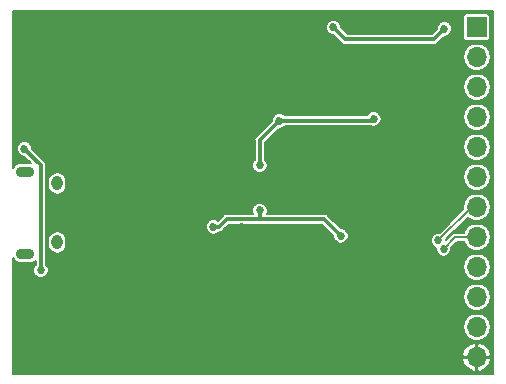
<source format=gbl>
G04 #@! TF.GenerationSoftware,KiCad,Pcbnew,5.0.1*
G04 #@! TF.CreationDate,2019-11-25T21:23:25-06:00*
G04 #@! TF.ProjectId,ft2232_board,6674323233325F626F6172642E6B6963,A*
G04 #@! TF.SameCoordinates,Original*
G04 #@! TF.FileFunction,Copper,L2,Bot,Signal*
G04 #@! TF.FilePolarity,Positive*
%FSLAX46Y46*%
G04 Gerber Fmt 4.6, Leading zero omitted, Abs format (unit mm)*
G04 Created by KiCad (PCBNEW 5.0.1) date Mon 25 Nov 2019 09:23:25 PM CST*
%MOMM*%
%LPD*%
G01*
G04 APERTURE LIST*
G04 #@! TA.AperFunction,ComponentPad*
%ADD10O,0.950000X1.250000*%
G04 #@! TD*
G04 #@! TA.AperFunction,ComponentPad*
%ADD11O,1.550000X0.900000*%
G04 #@! TD*
G04 #@! TA.AperFunction,ComponentPad*
%ADD12O,1.700000X1.700000*%
G04 #@! TD*
G04 #@! TA.AperFunction,ComponentPad*
%ADD13R,1.700000X1.700000*%
G04 #@! TD*
G04 #@! TA.AperFunction,ViaPad*
%ADD14C,0.685800*%
G04 #@! TD*
G04 #@! TA.AperFunction,Conductor*
%ADD15C,0.304800*%
G04 #@! TD*
G04 #@! TA.AperFunction,Conductor*
%ADD16C,0.152400*%
G04 #@! TD*
G04 #@! TA.AperFunction,Conductor*
%ADD17C,0.203200*%
G04 #@! TD*
G04 APERTURE END LIST*
D10*
G04 #@! TO.P,J1,6*
G04 #@! TO.N,/SHIELD*
X155735000Y-129992000D03*
X155735000Y-124992000D03*
D11*
X153035000Y-130992000D03*
X153035000Y-123992000D03*
G04 #@! TD*
D12*
G04 #@! TO.P,J2,12*
G04 #@! TO.N,GND*
X191262000Y-139700000D03*
G04 #@! TO.P,J2,11*
G04 #@! TO.N,+3V3*
X191262000Y-137160000D03*
G04 #@! TO.P,J2,10*
G04 #@! TO.N,/RS232_RXD*
X191262000Y-134620000D03*
G04 #@! TO.P,J2,9*
G04 #@! TO.N,/RS232_TXD*
X191262000Y-132080000D03*
G04 #@! TO.P,J2,8*
G04 #@! TO.N,/GPIOL3A*
X191262000Y-129540000D03*
G04 #@! TO.P,J2,7*
G04 #@! TO.N,/GPIOL2A*
X191262000Y-127000000D03*
G04 #@! TO.P,J2,6*
G04 #@! TO.N,/GPIOL1A*
X191262000Y-124460000D03*
G04 #@! TO.P,J2,5*
G04 #@! TO.N,/GPIOL0A*
X191262000Y-121920000D03*
G04 #@! TO.P,J2,4*
G04 #@! TO.N,/JTAG_TMS*
X191262000Y-119380000D03*
G04 #@! TO.P,J2,3*
G04 #@! TO.N,/JTAG_TDO*
X191262000Y-116840000D03*
G04 #@! TO.P,J2,2*
G04 #@! TO.N,/JTAG_TDI*
X191262000Y-114300000D03*
D13*
G04 #@! TO.P,J2,1*
G04 #@! TO.N,/JTAG_TCK*
X191262000Y-111760000D03*
G04 #@! TD*
D14*
G04 #@! TO.N,GND*
X163830000Y-122682000D03*
X165735000Y-122682000D03*
X163830000Y-118745000D03*
X165100000Y-120650000D03*
X163830000Y-131953000D03*
X165735000Y-131953000D03*
X167640000Y-131942469D03*
X166807221Y-137949601D03*
X169347221Y-137949601D03*
X171633221Y-137949601D03*
X173411221Y-138584601D03*
X179126221Y-138711601D03*
X186619221Y-127027601D03*
X186619221Y-129567601D03*
X157155221Y-128805601D03*
X170617221Y-116867601D03*
X174808221Y-118137601D03*
X168966221Y-126138601D03*
X169292013Y-123456189D03*
X171379221Y-130329601D03*
X171379221Y-128678601D03*
X182809221Y-124106601D03*
X177856221Y-120931601D03*
X180650221Y-117121601D03*
X179380221Y-117121601D03*
X187889221Y-115724601D03*
X153853221Y-119788601D03*
X153853221Y-118137601D03*
X157917221Y-122963601D03*
X176205221Y-134647601D03*
X180523221Y-130456601D03*
X181666221Y-111800311D03*
G04 #@! TO.N,+3V3*
X152964221Y-122074601D03*
X154361221Y-132361601D03*
X179126221Y-111787601D03*
X188524221Y-111914601D03*
G04 #@! TO.N,+1V8*
X174554221Y-119697500D03*
X182555221Y-119534601D03*
X168966221Y-128678601D03*
X179761221Y-129440601D03*
X172903221Y-127281601D03*
X172903221Y-123471601D03*
G04 #@! TO.N,/GPIOL2A*
X188016221Y-129821601D03*
G04 #@! TO.N,/GPIOL3A*
X188447472Y-130540354D03*
G04 #@! TD*
D15*
G04 #@! TO.N,+3V3*
X152964221Y-122074601D02*
X154361221Y-123471601D01*
X154361221Y-123471601D02*
X154361221Y-132361601D01*
X180142221Y-112803601D02*
X179126221Y-111787601D01*
X188524221Y-111914601D02*
X187635221Y-112803601D01*
X187635221Y-112803601D02*
X180142221Y-112803601D01*
G04 #@! TO.N,+1V8*
X174554221Y-119697500D02*
X182392322Y-119697500D01*
X182392322Y-119697500D02*
X182555221Y-119534601D01*
X168966221Y-128678601D02*
X169451154Y-128678601D01*
X169451154Y-128678601D02*
X170098855Y-128030900D01*
X178351520Y-128030900D02*
X179761221Y-129440601D01*
X172903221Y-128030900D02*
X172903221Y-127281601D01*
X172903221Y-128030900D02*
X178351520Y-128030900D01*
X170098855Y-128030900D02*
X172903221Y-128030900D01*
X172903221Y-121348500D02*
X174554221Y-119697500D01*
X172903221Y-123471601D02*
X172903221Y-121348500D01*
D16*
G04 #@! TO.N,/GPIOL2A*
X190837822Y-127000000D02*
X191262000Y-127000000D01*
X188016221Y-129821601D02*
X190837822Y-127000000D01*
G04 #@! TO.N,/GPIOL3A*
X189447826Y-129540000D02*
X191262000Y-129540000D01*
X188447472Y-130540354D02*
X189447826Y-129540000D01*
G04 #@! TD*
D17*
G04 #@! TO.N,GND*
G36*
X192660200Y-140424597D02*
X192660200Y-140424598D01*
X192660201Y-141098200D01*
X152017800Y-141098200D01*
X152017800Y-139946558D01*
X190030030Y-139946558D01*
X190216519Y-140396794D01*
X190562753Y-140743842D01*
X191015441Y-140931974D01*
X191211200Y-140853777D01*
X191211200Y-139750800D01*
X191312800Y-139750800D01*
X191312800Y-140853777D01*
X191508559Y-140931974D01*
X191961247Y-140743842D01*
X192307481Y-140396794D01*
X192493970Y-139946558D01*
X192415682Y-139750800D01*
X191312800Y-139750800D01*
X191211200Y-139750800D01*
X190108318Y-139750800D01*
X190030030Y-139946558D01*
X152017800Y-139946558D01*
X152017800Y-139453442D01*
X190030030Y-139453442D01*
X190108318Y-139649200D01*
X191211200Y-139649200D01*
X191211200Y-138546223D01*
X191312800Y-138546223D01*
X191312800Y-139649200D01*
X192415682Y-139649200D01*
X192493970Y-139453442D01*
X192307481Y-139003206D01*
X191961247Y-138656158D01*
X191508559Y-138468026D01*
X191312800Y-138546223D01*
X191211200Y-138546223D01*
X191015441Y-138468026D01*
X190562753Y-138656158D01*
X190216519Y-139003206D01*
X190030030Y-139453442D01*
X152017800Y-139453442D01*
X152017800Y-137160000D01*
X190084577Y-137160000D01*
X190174203Y-137610580D01*
X190429436Y-137992564D01*
X190811420Y-138247797D01*
X191148267Y-138314800D01*
X191375733Y-138314800D01*
X191712580Y-138247797D01*
X192094564Y-137992564D01*
X192349797Y-137610580D01*
X192439423Y-137160000D01*
X192349797Y-136709420D01*
X192094564Y-136327436D01*
X191712580Y-136072203D01*
X191375733Y-136005200D01*
X191148267Y-136005200D01*
X190811420Y-136072203D01*
X190429436Y-136327436D01*
X190174203Y-136709420D01*
X190084577Y-137160000D01*
X152017800Y-137160000D01*
X152017800Y-134620000D01*
X190084577Y-134620000D01*
X190174203Y-135070580D01*
X190429436Y-135452564D01*
X190811420Y-135707797D01*
X191148267Y-135774800D01*
X191375733Y-135774800D01*
X191712580Y-135707797D01*
X192094564Y-135452564D01*
X192349797Y-135070580D01*
X192439423Y-134620000D01*
X192349797Y-134169420D01*
X192094564Y-133787436D01*
X191712580Y-133532203D01*
X191375733Y-133465200D01*
X191148267Y-133465200D01*
X190811420Y-133532203D01*
X190429436Y-133787436D01*
X190174203Y-134169420D01*
X190084577Y-134620000D01*
X152017800Y-134620000D01*
X152017800Y-131314653D01*
X152165820Y-131536180D01*
X152415492Y-131703006D01*
X152635660Y-131746800D01*
X153434340Y-131746800D01*
X153654508Y-131703006D01*
X153904022Y-131536286D01*
X153904022Y-131902815D01*
X153812128Y-131994709D01*
X153713521Y-132232765D01*
X153713521Y-132490437D01*
X153812128Y-132728493D01*
X153994329Y-132910694D01*
X154232385Y-133009301D01*
X154490057Y-133009301D01*
X154728113Y-132910694D01*
X154910314Y-132728493D01*
X155008921Y-132490437D01*
X155008921Y-132232765D01*
X154945644Y-132080000D01*
X190084577Y-132080000D01*
X190174203Y-132530580D01*
X190429436Y-132912564D01*
X190811420Y-133167797D01*
X191148267Y-133234800D01*
X191375733Y-133234800D01*
X191712580Y-133167797D01*
X192094564Y-132912564D01*
X192349797Y-132530580D01*
X192439423Y-132080000D01*
X192349797Y-131629420D01*
X192094564Y-131247436D01*
X191712580Y-130992203D01*
X191375733Y-130925200D01*
X191148267Y-130925200D01*
X190811420Y-130992203D01*
X190429436Y-131247436D01*
X190174203Y-131629420D01*
X190084577Y-132080000D01*
X154945644Y-132080000D01*
X154910314Y-131994709D01*
X154818421Y-131902816D01*
X154818421Y-129765199D01*
X154955200Y-129765199D01*
X154955200Y-130218802D01*
X155000445Y-130446263D01*
X155172796Y-130704204D01*
X155430738Y-130876555D01*
X155735000Y-130937077D01*
X156039263Y-130876555D01*
X156297204Y-130704204D01*
X156469555Y-130446263D01*
X156514800Y-130218801D01*
X156514800Y-129765198D01*
X156469555Y-129537737D01*
X156297204Y-129279796D01*
X156039262Y-129107445D01*
X155735000Y-129046923D01*
X155430737Y-129107445D01*
X155172796Y-129279796D01*
X155000445Y-129537738D01*
X154955200Y-129765199D01*
X154818421Y-129765199D01*
X154818421Y-128549765D01*
X168318521Y-128549765D01*
X168318521Y-128807437D01*
X168417128Y-129045493D01*
X168599329Y-129227694D01*
X168837385Y-129326301D01*
X169095057Y-129326301D01*
X169333113Y-129227694D01*
X169421873Y-129138934D01*
X169451154Y-129144758D01*
X169496184Y-129135801D01*
X169629545Y-129109274D01*
X169780777Y-129008224D01*
X169806286Y-128970047D01*
X170288233Y-128488100D01*
X172858191Y-128488100D01*
X172903221Y-128497057D01*
X172948251Y-128488100D01*
X178162142Y-128488100D01*
X179113521Y-129439480D01*
X179113521Y-129569437D01*
X179212128Y-129807493D01*
X179394329Y-129989694D01*
X179632385Y-130088301D01*
X179890057Y-130088301D01*
X180128113Y-129989694D01*
X180310314Y-129807493D01*
X180357836Y-129692765D01*
X187368521Y-129692765D01*
X187368521Y-129950437D01*
X187467128Y-130188493D01*
X187649329Y-130370694D01*
X187799772Y-130433010D01*
X187799772Y-130669190D01*
X187898379Y-130907246D01*
X188080580Y-131089447D01*
X188318636Y-131188054D01*
X188576308Y-131188054D01*
X188814364Y-131089447D01*
X188996565Y-130907246D01*
X189095172Y-130669190D01*
X189095172Y-130431469D01*
X189605642Y-129921000D01*
X190160363Y-129921000D01*
X190174203Y-129990580D01*
X190429436Y-130372564D01*
X190811420Y-130627797D01*
X191148267Y-130694800D01*
X191375733Y-130694800D01*
X191712580Y-130627797D01*
X192094564Y-130372564D01*
X192349797Y-129990580D01*
X192439423Y-129540000D01*
X192349797Y-129089420D01*
X192094564Y-128707436D01*
X191712580Y-128452203D01*
X191375733Y-128385200D01*
X191148267Y-128385200D01*
X190811420Y-128452203D01*
X190429436Y-128707436D01*
X190174203Y-129089420D01*
X190160363Y-129159000D01*
X189485349Y-129159000D01*
X189447825Y-129151536D01*
X189335389Y-129173901D01*
X189299167Y-129181106D01*
X189173140Y-129265314D01*
X189151884Y-129297126D01*
X188663921Y-129785090D01*
X188663921Y-129712716D01*
X190498156Y-127878481D01*
X190811420Y-128087797D01*
X191148267Y-128154800D01*
X191375733Y-128154800D01*
X191712580Y-128087797D01*
X192094564Y-127832564D01*
X192349797Y-127450580D01*
X192439423Y-127000000D01*
X192349797Y-126549420D01*
X192094564Y-126167436D01*
X191712580Y-125912203D01*
X191375733Y-125845200D01*
X191148267Y-125845200D01*
X190811420Y-125912203D01*
X190429436Y-126167436D01*
X190174203Y-126549420D01*
X190084577Y-127000000D01*
X190120153Y-127178854D01*
X188125106Y-129173901D01*
X187887385Y-129173901D01*
X187649329Y-129272508D01*
X187467128Y-129454709D01*
X187368521Y-129692765D01*
X180357836Y-129692765D01*
X180408921Y-129569437D01*
X180408921Y-129311765D01*
X180310314Y-129073709D01*
X180128113Y-128891508D01*
X179890057Y-128792901D01*
X179760100Y-128792901D01*
X178706652Y-127739454D01*
X178681143Y-127701277D01*
X178529911Y-127600227D01*
X178396550Y-127573700D01*
X178351520Y-127564743D01*
X178306490Y-127573700D01*
X173483295Y-127573700D01*
X173550921Y-127410437D01*
X173550921Y-127152765D01*
X173452314Y-126914709D01*
X173270113Y-126732508D01*
X173032057Y-126633901D01*
X172774385Y-126633901D01*
X172536329Y-126732508D01*
X172354128Y-126914709D01*
X172255521Y-127152765D01*
X172255521Y-127410437D01*
X172323147Y-127573700D01*
X170143885Y-127573700D01*
X170098855Y-127564743D01*
X170053825Y-127573700D01*
X169920464Y-127600227D01*
X169769232Y-127701277D01*
X169743723Y-127739454D01*
X169343391Y-128139786D01*
X169333113Y-128129508D01*
X169095057Y-128030901D01*
X168837385Y-128030901D01*
X168599329Y-128129508D01*
X168417128Y-128311709D01*
X168318521Y-128549765D01*
X154818421Y-128549765D01*
X154818421Y-124765198D01*
X154955200Y-124765198D01*
X154955200Y-125218801D01*
X155000445Y-125446262D01*
X155172796Y-125704204D01*
X155430737Y-125876555D01*
X155735000Y-125937077D01*
X156039262Y-125876555D01*
X156297204Y-125704204D01*
X156469555Y-125446263D01*
X156514800Y-125218802D01*
X156514800Y-124765199D01*
X156469555Y-124537737D01*
X156417613Y-124460000D01*
X190084577Y-124460000D01*
X190174203Y-124910580D01*
X190429436Y-125292564D01*
X190811420Y-125547797D01*
X191148267Y-125614800D01*
X191375733Y-125614800D01*
X191712580Y-125547797D01*
X192094564Y-125292564D01*
X192349797Y-124910580D01*
X192439423Y-124460000D01*
X192349797Y-124009420D01*
X192094564Y-123627436D01*
X191712580Y-123372203D01*
X191375733Y-123305200D01*
X191148267Y-123305200D01*
X190811420Y-123372203D01*
X190429436Y-123627436D01*
X190174203Y-124009420D01*
X190084577Y-124460000D01*
X156417613Y-124460000D01*
X156297204Y-124279796D01*
X156039263Y-124107445D01*
X155735000Y-124046923D01*
X155430738Y-124107445D01*
X155172796Y-124279796D01*
X155000445Y-124537737D01*
X154955200Y-124765198D01*
X154818421Y-124765198D01*
X154818421Y-123516630D01*
X154827378Y-123471600D01*
X154801752Y-123342765D01*
X172255521Y-123342765D01*
X172255521Y-123600437D01*
X172354128Y-123838493D01*
X172536329Y-124020694D01*
X172774385Y-124119301D01*
X173032057Y-124119301D01*
X173270113Y-124020694D01*
X173452314Y-123838493D01*
X173550921Y-123600437D01*
X173550921Y-123342765D01*
X173452314Y-123104709D01*
X173360421Y-123012816D01*
X173360421Y-121920000D01*
X190084577Y-121920000D01*
X190174203Y-122370580D01*
X190429436Y-122752564D01*
X190811420Y-123007797D01*
X191148267Y-123074800D01*
X191375733Y-123074800D01*
X191712580Y-123007797D01*
X192094564Y-122752564D01*
X192349797Y-122370580D01*
X192439423Y-121920000D01*
X192349797Y-121469420D01*
X192094564Y-121087436D01*
X191712580Y-120832203D01*
X191375733Y-120765200D01*
X191148267Y-120765200D01*
X190811420Y-120832203D01*
X190429436Y-121087436D01*
X190174203Y-121469420D01*
X190084577Y-121920000D01*
X173360421Y-121920000D01*
X173360421Y-121537878D01*
X174553099Y-120345200D01*
X174683057Y-120345200D01*
X174921113Y-120246593D01*
X175013006Y-120154700D01*
X182347292Y-120154700D01*
X182371261Y-120159468D01*
X182426385Y-120182301D01*
X182684057Y-120182301D01*
X182922113Y-120083694D01*
X183104314Y-119901493D01*
X183202921Y-119663437D01*
X183202921Y-119405765D01*
X183192249Y-119380000D01*
X190084577Y-119380000D01*
X190174203Y-119830580D01*
X190429436Y-120212564D01*
X190811420Y-120467797D01*
X191148267Y-120534800D01*
X191375733Y-120534800D01*
X191712580Y-120467797D01*
X192094564Y-120212564D01*
X192349797Y-119830580D01*
X192439423Y-119380000D01*
X192349797Y-118929420D01*
X192094564Y-118547436D01*
X191712580Y-118292203D01*
X191375733Y-118225200D01*
X191148267Y-118225200D01*
X190811420Y-118292203D01*
X190429436Y-118547436D01*
X190174203Y-118929420D01*
X190084577Y-119380000D01*
X183192249Y-119380000D01*
X183104314Y-119167709D01*
X182922113Y-118985508D01*
X182684057Y-118886901D01*
X182426385Y-118886901D01*
X182188329Y-118985508D01*
X182006128Y-119167709D01*
X181976060Y-119240300D01*
X175013006Y-119240300D01*
X174921113Y-119148407D01*
X174683057Y-119049800D01*
X174425385Y-119049800D01*
X174187329Y-119148407D01*
X174005128Y-119330608D01*
X173906521Y-119568664D01*
X173906521Y-119698622D01*
X172611773Y-120993370D01*
X172573599Y-121018877D01*
X172548092Y-121057051D01*
X172548091Y-121057052D01*
X172472548Y-121170110D01*
X172437064Y-121348500D01*
X172446022Y-121393535D01*
X172446021Y-123012816D01*
X172354128Y-123104709D01*
X172255521Y-123342765D01*
X154801752Y-123342765D01*
X154791894Y-123293210D01*
X154690844Y-123141978D01*
X154652667Y-123116469D01*
X153611921Y-122075723D01*
X153611921Y-121945765D01*
X153513314Y-121707709D01*
X153331113Y-121525508D01*
X153093057Y-121426901D01*
X152835385Y-121426901D01*
X152597329Y-121525508D01*
X152415128Y-121707709D01*
X152316521Y-121945765D01*
X152316521Y-122203437D01*
X152415128Y-122441493D01*
X152597329Y-122623694D01*
X152835385Y-122722301D01*
X152965343Y-122722301D01*
X153491640Y-123248598D01*
X153434340Y-123237200D01*
X152635660Y-123237200D01*
X152415492Y-123280994D01*
X152165820Y-123447820D01*
X152017800Y-123669347D01*
X152017800Y-116840000D01*
X190084577Y-116840000D01*
X190174203Y-117290580D01*
X190429436Y-117672564D01*
X190811420Y-117927797D01*
X191148267Y-117994800D01*
X191375733Y-117994800D01*
X191712580Y-117927797D01*
X192094564Y-117672564D01*
X192349797Y-117290580D01*
X192439423Y-116840000D01*
X192349797Y-116389420D01*
X192094564Y-116007436D01*
X191712580Y-115752203D01*
X191375733Y-115685200D01*
X191148267Y-115685200D01*
X190811420Y-115752203D01*
X190429436Y-116007436D01*
X190174203Y-116389420D01*
X190084577Y-116840000D01*
X152017800Y-116840000D01*
X152017800Y-114300000D01*
X190084577Y-114300000D01*
X190174203Y-114750580D01*
X190429436Y-115132564D01*
X190811420Y-115387797D01*
X191148267Y-115454800D01*
X191375733Y-115454800D01*
X191712580Y-115387797D01*
X192094564Y-115132564D01*
X192349797Y-114750580D01*
X192439423Y-114300000D01*
X192349797Y-113849420D01*
X192094564Y-113467436D01*
X191712580Y-113212203D01*
X191375733Y-113145200D01*
X191148267Y-113145200D01*
X190811420Y-113212203D01*
X190429436Y-113467436D01*
X190174203Y-113849420D01*
X190084577Y-114300000D01*
X152017800Y-114300000D01*
X152017800Y-111658765D01*
X178478521Y-111658765D01*
X178478521Y-111916437D01*
X178577128Y-112154493D01*
X178759329Y-112336694D01*
X178997385Y-112435301D01*
X179127343Y-112435301D01*
X179787091Y-113095050D01*
X179812598Y-113133224D01*
X179850772Y-113158731D01*
X179963830Y-113234274D01*
X180142221Y-113269758D01*
X180187251Y-113260801D01*
X187590191Y-113260801D01*
X187635221Y-113269758D01*
X187680251Y-113260801D01*
X187813612Y-113234274D01*
X187964844Y-113133224D01*
X187990353Y-113095047D01*
X188523100Y-112562301D01*
X188653057Y-112562301D01*
X188891113Y-112463694D01*
X189073314Y-112281493D01*
X189171921Y-112043437D01*
X189171921Y-111785765D01*
X189073314Y-111547709D01*
X188891113Y-111365508D01*
X188653057Y-111266901D01*
X188395385Y-111266901D01*
X188157329Y-111365508D01*
X187975128Y-111547709D01*
X187876521Y-111785765D01*
X187876521Y-111915722D01*
X187445843Y-112346401D01*
X180331600Y-112346401D01*
X179773921Y-111788723D01*
X179773921Y-111658765D01*
X179675314Y-111420709D01*
X179493113Y-111238508D01*
X179255057Y-111139901D01*
X178997385Y-111139901D01*
X178759329Y-111238508D01*
X178577128Y-111420709D01*
X178478521Y-111658765D01*
X152017800Y-111658765D01*
X152017800Y-110910000D01*
X190101229Y-110910000D01*
X190101229Y-112610000D01*
X190124885Y-112728927D01*
X190192252Y-112829748D01*
X190293073Y-112897115D01*
X190412000Y-112920771D01*
X192112000Y-112920771D01*
X192230927Y-112897115D01*
X192331748Y-112829748D01*
X192399115Y-112728927D01*
X192422771Y-112610000D01*
X192422771Y-110910000D01*
X192399115Y-110791073D01*
X192331748Y-110690252D01*
X192230927Y-110622885D01*
X192112000Y-110599229D01*
X190412000Y-110599229D01*
X190293073Y-110622885D01*
X190192252Y-110690252D01*
X190124885Y-110791073D01*
X190101229Y-110910000D01*
X152017800Y-110910000D01*
X152017800Y-110361800D01*
X192660201Y-110361800D01*
X192660200Y-140424597D01*
X192660200Y-140424597D01*
G37*
X192660200Y-140424597D02*
X192660200Y-140424598D01*
X192660201Y-141098200D01*
X152017800Y-141098200D01*
X152017800Y-139946558D01*
X190030030Y-139946558D01*
X190216519Y-140396794D01*
X190562753Y-140743842D01*
X191015441Y-140931974D01*
X191211200Y-140853777D01*
X191211200Y-139750800D01*
X191312800Y-139750800D01*
X191312800Y-140853777D01*
X191508559Y-140931974D01*
X191961247Y-140743842D01*
X192307481Y-140396794D01*
X192493970Y-139946558D01*
X192415682Y-139750800D01*
X191312800Y-139750800D01*
X191211200Y-139750800D01*
X190108318Y-139750800D01*
X190030030Y-139946558D01*
X152017800Y-139946558D01*
X152017800Y-139453442D01*
X190030030Y-139453442D01*
X190108318Y-139649200D01*
X191211200Y-139649200D01*
X191211200Y-138546223D01*
X191312800Y-138546223D01*
X191312800Y-139649200D01*
X192415682Y-139649200D01*
X192493970Y-139453442D01*
X192307481Y-139003206D01*
X191961247Y-138656158D01*
X191508559Y-138468026D01*
X191312800Y-138546223D01*
X191211200Y-138546223D01*
X191015441Y-138468026D01*
X190562753Y-138656158D01*
X190216519Y-139003206D01*
X190030030Y-139453442D01*
X152017800Y-139453442D01*
X152017800Y-137160000D01*
X190084577Y-137160000D01*
X190174203Y-137610580D01*
X190429436Y-137992564D01*
X190811420Y-138247797D01*
X191148267Y-138314800D01*
X191375733Y-138314800D01*
X191712580Y-138247797D01*
X192094564Y-137992564D01*
X192349797Y-137610580D01*
X192439423Y-137160000D01*
X192349797Y-136709420D01*
X192094564Y-136327436D01*
X191712580Y-136072203D01*
X191375733Y-136005200D01*
X191148267Y-136005200D01*
X190811420Y-136072203D01*
X190429436Y-136327436D01*
X190174203Y-136709420D01*
X190084577Y-137160000D01*
X152017800Y-137160000D01*
X152017800Y-134620000D01*
X190084577Y-134620000D01*
X190174203Y-135070580D01*
X190429436Y-135452564D01*
X190811420Y-135707797D01*
X191148267Y-135774800D01*
X191375733Y-135774800D01*
X191712580Y-135707797D01*
X192094564Y-135452564D01*
X192349797Y-135070580D01*
X192439423Y-134620000D01*
X192349797Y-134169420D01*
X192094564Y-133787436D01*
X191712580Y-133532203D01*
X191375733Y-133465200D01*
X191148267Y-133465200D01*
X190811420Y-133532203D01*
X190429436Y-133787436D01*
X190174203Y-134169420D01*
X190084577Y-134620000D01*
X152017800Y-134620000D01*
X152017800Y-131314653D01*
X152165820Y-131536180D01*
X152415492Y-131703006D01*
X152635660Y-131746800D01*
X153434340Y-131746800D01*
X153654508Y-131703006D01*
X153904022Y-131536286D01*
X153904022Y-131902815D01*
X153812128Y-131994709D01*
X153713521Y-132232765D01*
X153713521Y-132490437D01*
X153812128Y-132728493D01*
X153994329Y-132910694D01*
X154232385Y-133009301D01*
X154490057Y-133009301D01*
X154728113Y-132910694D01*
X154910314Y-132728493D01*
X155008921Y-132490437D01*
X155008921Y-132232765D01*
X154945644Y-132080000D01*
X190084577Y-132080000D01*
X190174203Y-132530580D01*
X190429436Y-132912564D01*
X190811420Y-133167797D01*
X191148267Y-133234800D01*
X191375733Y-133234800D01*
X191712580Y-133167797D01*
X192094564Y-132912564D01*
X192349797Y-132530580D01*
X192439423Y-132080000D01*
X192349797Y-131629420D01*
X192094564Y-131247436D01*
X191712580Y-130992203D01*
X191375733Y-130925200D01*
X191148267Y-130925200D01*
X190811420Y-130992203D01*
X190429436Y-131247436D01*
X190174203Y-131629420D01*
X190084577Y-132080000D01*
X154945644Y-132080000D01*
X154910314Y-131994709D01*
X154818421Y-131902816D01*
X154818421Y-129765199D01*
X154955200Y-129765199D01*
X154955200Y-130218802D01*
X155000445Y-130446263D01*
X155172796Y-130704204D01*
X155430738Y-130876555D01*
X155735000Y-130937077D01*
X156039263Y-130876555D01*
X156297204Y-130704204D01*
X156469555Y-130446263D01*
X156514800Y-130218801D01*
X156514800Y-129765198D01*
X156469555Y-129537737D01*
X156297204Y-129279796D01*
X156039262Y-129107445D01*
X155735000Y-129046923D01*
X155430737Y-129107445D01*
X155172796Y-129279796D01*
X155000445Y-129537738D01*
X154955200Y-129765199D01*
X154818421Y-129765199D01*
X154818421Y-128549765D01*
X168318521Y-128549765D01*
X168318521Y-128807437D01*
X168417128Y-129045493D01*
X168599329Y-129227694D01*
X168837385Y-129326301D01*
X169095057Y-129326301D01*
X169333113Y-129227694D01*
X169421873Y-129138934D01*
X169451154Y-129144758D01*
X169496184Y-129135801D01*
X169629545Y-129109274D01*
X169780777Y-129008224D01*
X169806286Y-128970047D01*
X170288233Y-128488100D01*
X172858191Y-128488100D01*
X172903221Y-128497057D01*
X172948251Y-128488100D01*
X178162142Y-128488100D01*
X179113521Y-129439480D01*
X179113521Y-129569437D01*
X179212128Y-129807493D01*
X179394329Y-129989694D01*
X179632385Y-130088301D01*
X179890057Y-130088301D01*
X180128113Y-129989694D01*
X180310314Y-129807493D01*
X180357836Y-129692765D01*
X187368521Y-129692765D01*
X187368521Y-129950437D01*
X187467128Y-130188493D01*
X187649329Y-130370694D01*
X187799772Y-130433010D01*
X187799772Y-130669190D01*
X187898379Y-130907246D01*
X188080580Y-131089447D01*
X188318636Y-131188054D01*
X188576308Y-131188054D01*
X188814364Y-131089447D01*
X188996565Y-130907246D01*
X189095172Y-130669190D01*
X189095172Y-130431469D01*
X189605642Y-129921000D01*
X190160363Y-129921000D01*
X190174203Y-129990580D01*
X190429436Y-130372564D01*
X190811420Y-130627797D01*
X191148267Y-130694800D01*
X191375733Y-130694800D01*
X191712580Y-130627797D01*
X192094564Y-130372564D01*
X192349797Y-129990580D01*
X192439423Y-129540000D01*
X192349797Y-129089420D01*
X192094564Y-128707436D01*
X191712580Y-128452203D01*
X191375733Y-128385200D01*
X191148267Y-128385200D01*
X190811420Y-128452203D01*
X190429436Y-128707436D01*
X190174203Y-129089420D01*
X190160363Y-129159000D01*
X189485349Y-129159000D01*
X189447825Y-129151536D01*
X189335389Y-129173901D01*
X189299167Y-129181106D01*
X189173140Y-129265314D01*
X189151884Y-129297126D01*
X188663921Y-129785090D01*
X188663921Y-129712716D01*
X190498156Y-127878481D01*
X190811420Y-128087797D01*
X191148267Y-128154800D01*
X191375733Y-128154800D01*
X191712580Y-128087797D01*
X192094564Y-127832564D01*
X192349797Y-127450580D01*
X192439423Y-127000000D01*
X192349797Y-126549420D01*
X192094564Y-126167436D01*
X191712580Y-125912203D01*
X191375733Y-125845200D01*
X191148267Y-125845200D01*
X190811420Y-125912203D01*
X190429436Y-126167436D01*
X190174203Y-126549420D01*
X190084577Y-127000000D01*
X190120153Y-127178854D01*
X188125106Y-129173901D01*
X187887385Y-129173901D01*
X187649329Y-129272508D01*
X187467128Y-129454709D01*
X187368521Y-129692765D01*
X180357836Y-129692765D01*
X180408921Y-129569437D01*
X180408921Y-129311765D01*
X180310314Y-129073709D01*
X180128113Y-128891508D01*
X179890057Y-128792901D01*
X179760100Y-128792901D01*
X178706652Y-127739454D01*
X178681143Y-127701277D01*
X178529911Y-127600227D01*
X178396550Y-127573700D01*
X178351520Y-127564743D01*
X178306490Y-127573700D01*
X173483295Y-127573700D01*
X173550921Y-127410437D01*
X173550921Y-127152765D01*
X173452314Y-126914709D01*
X173270113Y-126732508D01*
X173032057Y-126633901D01*
X172774385Y-126633901D01*
X172536329Y-126732508D01*
X172354128Y-126914709D01*
X172255521Y-127152765D01*
X172255521Y-127410437D01*
X172323147Y-127573700D01*
X170143885Y-127573700D01*
X170098855Y-127564743D01*
X170053825Y-127573700D01*
X169920464Y-127600227D01*
X169769232Y-127701277D01*
X169743723Y-127739454D01*
X169343391Y-128139786D01*
X169333113Y-128129508D01*
X169095057Y-128030901D01*
X168837385Y-128030901D01*
X168599329Y-128129508D01*
X168417128Y-128311709D01*
X168318521Y-128549765D01*
X154818421Y-128549765D01*
X154818421Y-124765198D01*
X154955200Y-124765198D01*
X154955200Y-125218801D01*
X155000445Y-125446262D01*
X155172796Y-125704204D01*
X155430737Y-125876555D01*
X155735000Y-125937077D01*
X156039262Y-125876555D01*
X156297204Y-125704204D01*
X156469555Y-125446263D01*
X156514800Y-125218802D01*
X156514800Y-124765199D01*
X156469555Y-124537737D01*
X156417613Y-124460000D01*
X190084577Y-124460000D01*
X190174203Y-124910580D01*
X190429436Y-125292564D01*
X190811420Y-125547797D01*
X191148267Y-125614800D01*
X191375733Y-125614800D01*
X191712580Y-125547797D01*
X192094564Y-125292564D01*
X192349797Y-124910580D01*
X192439423Y-124460000D01*
X192349797Y-124009420D01*
X192094564Y-123627436D01*
X191712580Y-123372203D01*
X191375733Y-123305200D01*
X191148267Y-123305200D01*
X190811420Y-123372203D01*
X190429436Y-123627436D01*
X190174203Y-124009420D01*
X190084577Y-124460000D01*
X156417613Y-124460000D01*
X156297204Y-124279796D01*
X156039263Y-124107445D01*
X155735000Y-124046923D01*
X155430738Y-124107445D01*
X155172796Y-124279796D01*
X155000445Y-124537737D01*
X154955200Y-124765198D01*
X154818421Y-124765198D01*
X154818421Y-123516630D01*
X154827378Y-123471600D01*
X154801752Y-123342765D01*
X172255521Y-123342765D01*
X172255521Y-123600437D01*
X172354128Y-123838493D01*
X172536329Y-124020694D01*
X172774385Y-124119301D01*
X173032057Y-124119301D01*
X173270113Y-124020694D01*
X173452314Y-123838493D01*
X173550921Y-123600437D01*
X173550921Y-123342765D01*
X173452314Y-123104709D01*
X173360421Y-123012816D01*
X173360421Y-121920000D01*
X190084577Y-121920000D01*
X190174203Y-122370580D01*
X190429436Y-122752564D01*
X190811420Y-123007797D01*
X191148267Y-123074800D01*
X191375733Y-123074800D01*
X191712580Y-123007797D01*
X192094564Y-122752564D01*
X192349797Y-122370580D01*
X192439423Y-121920000D01*
X192349797Y-121469420D01*
X192094564Y-121087436D01*
X191712580Y-120832203D01*
X191375733Y-120765200D01*
X191148267Y-120765200D01*
X190811420Y-120832203D01*
X190429436Y-121087436D01*
X190174203Y-121469420D01*
X190084577Y-121920000D01*
X173360421Y-121920000D01*
X173360421Y-121537878D01*
X174553099Y-120345200D01*
X174683057Y-120345200D01*
X174921113Y-120246593D01*
X175013006Y-120154700D01*
X182347292Y-120154700D01*
X182371261Y-120159468D01*
X182426385Y-120182301D01*
X182684057Y-120182301D01*
X182922113Y-120083694D01*
X183104314Y-119901493D01*
X183202921Y-119663437D01*
X183202921Y-119405765D01*
X183192249Y-119380000D01*
X190084577Y-119380000D01*
X190174203Y-119830580D01*
X190429436Y-120212564D01*
X190811420Y-120467797D01*
X191148267Y-120534800D01*
X191375733Y-120534800D01*
X191712580Y-120467797D01*
X192094564Y-120212564D01*
X192349797Y-119830580D01*
X192439423Y-119380000D01*
X192349797Y-118929420D01*
X192094564Y-118547436D01*
X191712580Y-118292203D01*
X191375733Y-118225200D01*
X191148267Y-118225200D01*
X190811420Y-118292203D01*
X190429436Y-118547436D01*
X190174203Y-118929420D01*
X190084577Y-119380000D01*
X183192249Y-119380000D01*
X183104314Y-119167709D01*
X182922113Y-118985508D01*
X182684057Y-118886901D01*
X182426385Y-118886901D01*
X182188329Y-118985508D01*
X182006128Y-119167709D01*
X181976060Y-119240300D01*
X175013006Y-119240300D01*
X174921113Y-119148407D01*
X174683057Y-119049800D01*
X174425385Y-119049800D01*
X174187329Y-119148407D01*
X174005128Y-119330608D01*
X173906521Y-119568664D01*
X173906521Y-119698622D01*
X172611773Y-120993370D01*
X172573599Y-121018877D01*
X172548092Y-121057051D01*
X172548091Y-121057052D01*
X172472548Y-121170110D01*
X172437064Y-121348500D01*
X172446022Y-121393535D01*
X172446021Y-123012816D01*
X172354128Y-123104709D01*
X172255521Y-123342765D01*
X154801752Y-123342765D01*
X154791894Y-123293210D01*
X154690844Y-123141978D01*
X154652667Y-123116469D01*
X153611921Y-122075723D01*
X153611921Y-121945765D01*
X153513314Y-121707709D01*
X153331113Y-121525508D01*
X153093057Y-121426901D01*
X152835385Y-121426901D01*
X152597329Y-121525508D01*
X152415128Y-121707709D01*
X152316521Y-121945765D01*
X152316521Y-122203437D01*
X152415128Y-122441493D01*
X152597329Y-122623694D01*
X152835385Y-122722301D01*
X152965343Y-122722301D01*
X153491640Y-123248598D01*
X153434340Y-123237200D01*
X152635660Y-123237200D01*
X152415492Y-123280994D01*
X152165820Y-123447820D01*
X152017800Y-123669347D01*
X152017800Y-116840000D01*
X190084577Y-116840000D01*
X190174203Y-117290580D01*
X190429436Y-117672564D01*
X190811420Y-117927797D01*
X191148267Y-117994800D01*
X191375733Y-117994800D01*
X191712580Y-117927797D01*
X192094564Y-117672564D01*
X192349797Y-117290580D01*
X192439423Y-116840000D01*
X192349797Y-116389420D01*
X192094564Y-116007436D01*
X191712580Y-115752203D01*
X191375733Y-115685200D01*
X191148267Y-115685200D01*
X190811420Y-115752203D01*
X190429436Y-116007436D01*
X190174203Y-116389420D01*
X190084577Y-116840000D01*
X152017800Y-116840000D01*
X152017800Y-114300000D01*
X190084577Y-114300000D01*
X190174203Y-114750580D01*
X190429436Y-115132564D01*
X190811420Y-115387797D01*
X191148267Y-115454800D01*
X191375733Y-115454800D01*
X191712580Y-115387797D01*
X192094564Y-115132564D01*
X192349797Y-114750580D01*
X192439423Y-114300000D01*
X192349797Y-113849420D01*
X192094564Y-113467436D01*
X191712580Y-113212203D01*
X191375733Y-113145200D01*
X191148267Y-113145200D01*
X190811420Y-113212203D01*
X190429436Y-113467436D01*
X190174203Y-113849420D01*
X190084577Y-114300000D01*
X152017800Y-114300000D01*
X152017800Y-111658765D01*
X178478521Y-111658765D01*
X178478521Y-111916437D01*
X178577128Y-112154493D01*
X178759329Y-112336694D01*
X178997385Y-112435301D01*
X179127343Y-112435301D01*
X179787091Y-113095050D01*
X179812598Y-113133224D01*
X179850772Y-113158731D01*
X179963830Y-113234274D01*
X180142221Y-113269758D01*
X180187251Y-113260801D01*
X187590191Y-113260801D01*
X187635221Y-113269758D01*
X187680251Y-113260801D01*
X187813612Y-113234274D01*
X187964844Y-113133224D01*
X187990353Y-113095047D01*
X188523100Y-112562301D01*
X188653057Y-112562301D01*
X188891113Y-112463694D01*
X189073314Y-112281493D01*
X189171921Y-112043437D01*
X189171921Y-111785765D01*
X189073314Y-111547709D01*
X188891113Y-111365508D01*
X188653057Y-111266901D01*
X188395385Y-111266901D01*
X188157329Y-111365508D01*
X187975128Y-111547709D01*
X187876521Y-111785765D01*
X187876521Y-111915722D01*
X187445843Y-112346401D01*
X180331600Y-112346401D01*
X179773921Y-111788723D01*
X179773921Y-111658765D01*
X179675314Y-111420709D01*
X179493113Y-111238508D01*
X179255057Y-111139901D01*
X178997385Y-111139901D01*
X178759329Y-111238508D01*
X178577128Y-111420709D01*
X178478521Y-111658765D01*
X152017800Y-111658765D01*
X152017800Y-110910000D01*
X190101229Y-110910000D01*
X190101229Y-112610000D01*
X190124885Y-112728927D01*
X190192252Y-112829748D01*
X190293073Y-112897115D01*
X190412000Y-112920771D01*
X192112000Y-112920771D01*
X192230927Y-112897115D01*
X192331748Y-112829748D01*
X192399115Y-112728927D01*
X192422771Y-112610000D01*
X192422771Y-110910000D01*
X192399115Y-110791073D01*
X192331748Y-110690252D01*
X192230927Y-110622885D01*
X192112000Y-110599229D01*
X190412000Y-110599229D01*
X190293073Y-110622885D01*
X190192252Y-110690252D01*
X190124885Y-110791073D01*
X190101229Y-110910000D01*
X152017800Y-110910000D01*
X152017800Y-110361800D01*
X192660201Y-110361800D01*
X192660200Y-140424597D01*
G04 #@! TD*
M02*

</source>
